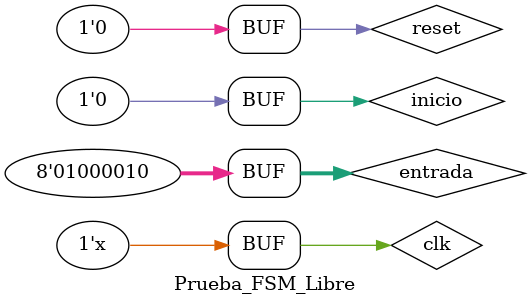
<source format=v>
`timescale 1ns / 1ps


module Prueba_FSM_Libre;

	// Inputs
	reg clk;
	reg inicio;
	reg reset;
	reg [7:0] entrada;

	// Outputs
	wire [2:0] notaSalida;
	wire contar;

	// Instantiate the Unit Under Test (UUT)
	FSM_Modo_Libre uut (
		.clk(clk), 
		.inicio(inicio), 
		.reset(reset), 
		.entrada(entrada), 
		.notaSalida(notaSalida), 
		.contar(contar)
	);

	initial begin
		// Initialize Inputs
		clk = 0;
		inicio = 0;
		reset = 0;
		entrada = 0;

		// Wait 100 ns for global reset to finish
		#100;
		
		inicio = 0;
		reset = 1;
		entrada = 0;
		
		#100;
		
		inicio = 1;
		reset = 0;
		entrada = 0;
		
		#100;
		
		inicio = 0;
		reset = 0;
		entrada = 0;
		
		#100;
		
		inicio = 0;
		reset = 0;
		entrada = 65;
		
		#100;
		
		inicio = 0;
		reset = 0;
		entrada = 65;
		
		#100;
		
		inicio = 0;
		reset = 0;
		entrada = 65;
		
		#100;
		
		inicio = 0;
		reset = 0;
		entrada = 65;
		
		#100;
		
		inicio = 0;
		reset = 0;
		entrada = 66;
		
		#100;
		
		inicio = 0;
		reset = 0;
		entrada = 66;
		
        
		// Add stimulus here

	end
	
	always begin #20 clk = ~clk; end
      
endmodule


</source>
